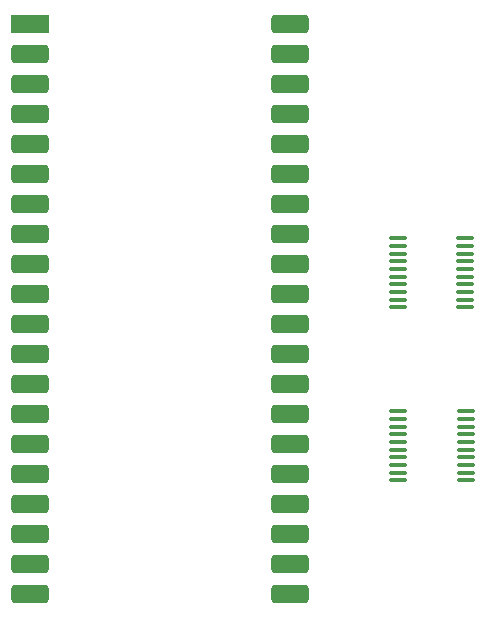
<source format=gbr>
G04 #@! TF.GenerationSoftware,KiCad,Pcbnew,8.0.7*
G04 #@! TF.CreationDate,2025-03-21T14:13:05-04:00*
G04 #@! TF.ProjectId,TRS2-Voice,54525332-2d56-46f6-9963-652e6b696361,rev?*
G04 #@! TF.SameCoordinates,Original*
G04 #@! TF.FileFunction,Paste,Top*
G04 #@! TF.FilePolarity,Positive*
%FSLAX46Y46*%
G04 Gerber Fmt 4.6, Leading zero omitted, Abs format (unit mm)*
G04 Created by KiCad (PCBNEW 8.0.7) date 2025-03-21 14:13:05*
%MOMM*%
%LPD*%
G01*
G04 APERTURE LIST*
G04 Aperture macros list*
%AMRoundRect*
0 Rectangle with rounded corners*
0 $1 Rounding radius*
0 $2 $3 $4 $5 $6 $7 $8 $9 X,Y pos of 4 corners*
0 Add a 4 corners polygon primitive as box body*
4,1,4,$2,$3,$4,$5,$6,$7,$8,$9,$2,$3,0*
0 Add four circle primitives for the rounded corners*
1,1,$1+$1,$2,$3*
1,1,$1+$1,$4,$5*
1,1,$1+$1,$6,$7*
1,1,$1+$1,$8,$9*
0 Add four rect primitives between the rounded corners*
20,1,$1+$1,$2,$3,$4,$5,0*
20,1,$1+$1,$4,$5,$6,$7,0*
20,1,$1+$1,$6,$7,$8,$9,0*
20,1,$1+$1,$8,$9,$2,$3,0*%
G04 Aperture macros list end*
%ADD10RoundRect,0.100000X-0.637500X-0.100000X0.637500X-0.100000X0.637500X0.100000X-0.637500X0.100000X0*%
%ADD11R,3.200000X1.600000*%
%ADD12RoundRect,0.400000X-1.200000X-0.400000X1.200000X-0.400000X1.200000X0.400000X-1.200000X0.400000X0*%
G04 APERTURE END LIST*
D10*
X107235000Y-54145000D03*
X107235000Y-54795000D03*
X107235000Y-55445000D03*
X107235000Y-56095000D03*
X107235000Y-56745000D03*
X107235000Y-57395000D03*
X107235000Y-58045000D03*
X107235000Y-58695000D03*
X107235000Y-59345000D03*
X107235000Y-59995000D03*
X112960000Y-59995000D03*
X112960000Y-59345000D03*
X112960000Y-58695000D03*
X112960000Y-58045000D03*
X112960000Y-57395000D03*
X112960000Y-56745000D03*
X112960000Y-56095000D03*
X112960000Y-55445000D03*
X112960000Y-54795000D03*
X112960000Y-54145000D03*
X107267500Y-68785000D03*
X107267500Y-69435000D03*
X107267500Y-70085000D03*
X107267500Y-70735000D03*
X107267500Y-71385000D03*
X107267500Y-72035000D03*
X107267500Y-72685000D03*
X107267500Y-73335000D03*
X107267500Y-73985000D03*
X107267500Y-74635000D03*
X112992500Y-74635000D03*
X112992500Y-73985000D03*
X112992500Y-73335000D03*
X112992500Y-72685000D03*
X112992500Y-72035000D03*
X112992500Y-71385000D03*
X112992500Y-70735000D03*
X112992500Y-70085000D03*
X112992500Y-69435000D03*
X112992500Y-68785000D03*
D11*
X76130000Y-35990000D03*
D12*
X76130000Y-38530000D03*
X76130000Y-41070000D03*
X76130000Y-43610000D03*
X76130000Y-46150000D03*
X76130000Y-48690000D03*
X76130000Y-51230000D03*
X76130000Y-53770000D03*
X76130000Y-56310000D03*
X76130000Y-58850000D03*
X76130000Y-61390000D03*
X76130000Y-63930000D03*
X76130000Y-66470000D03*
X76130000Y-69010000D03*
X76130000Y-71550000D03*
X76130000Y-74090000D03*
X76130000Y-76630000D03*
X76130000Y-79170000D03*
X76130000Y-81710000D03*
X76130000Y-84250000D03*
X98130000Y-84250000D03*
X98130000Y-81710000D03*
X98130000Y-79170000D03*
X98130000Y-76630000D03*
X98130000Y-74090000D03*
X98130000Y-71550000D03*
X98130000Y-69010000D03*
X98130000Y-66470000D03*
X98130000Y-63930000D03*
X98130000Y-61390000D03*
X98130000Y-58850000D03*
X98130000Y-56310000D03*
X98130000Y-53770000D03*
X98130000Y-51230000D03*
X98130000Y-48690000D03*
X98130000Y-46150000D03*
X98130000Y-43610000D03*
X98130000Y-41070000D03*
X98130000Y-38530000D03*
X98130000Y-35990000D03*
M02*

</source>
